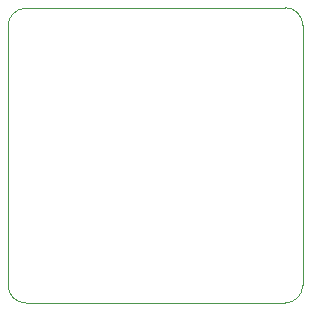
<source format=gko>
G04 EasyEDA Pro v1.9.28, 2023-01-14 19:19:00*
G04 Gerber Generator version 0.3*%TF.GenerationSoftware,KiCad,Pcbnew,8.0.0*%
%TF.CreationDate,2024-10-10T01:47:14+08:00*%
%TF.ProjectId,Neko_Wireless_Transmission,4e656b6f-5f57-4697-9265-6c6573735f54,rev?*%
%TF.SameCoordinates,Original*%
%TF.FileFunction,Profile,NP*%
%FSLAX46Y46*%
G04 Gerber Fmt 4.6, Leading zero omitted, Abs format (unit mm)*
G04 Created by KiCad (PCBNEW 8.0.0) date 2024-10-10 01:47:14*
%MOMM*%
%LPD*%
G01*
G04 APERTURE LIST*
%TA.AperFunction,Profile*%
%ADD10C,0.100000*%
%TD*%
%TA.AperFunction,Profile*%
%ADD11C,0.050000*%
%TD*%
G04 APERTURE END LIST*
D10*
X48729352Y-86299353D02*
G75*
G02*
X47229353Y-87799352I-1500052J53D01*
G01*
X47229341Y-62790660D02*
G75*
G02*
X48729340Y-64290659I-41J-1500040D01*
G01*
X25270647Y-87800040D02*
G75*
G02*
X23770660Y-86300041I53J1500040D01*
G01*
X23770660Y-64350660D02*
G75*
G02*
X25270660Y-62850660I1500000J0D01*
G01*
D11*
X23770648Y-86300041D02*
X23770660Y-64350660D01*
X47229353Y-87799352D02*
X25270647Y-87800040D01*
X48729340Y-64290659D02*
X48729352Y-86299353D01*
X25270660Y-62850660D02*
X47229341Y-62790660D01*
M02*

</source>
